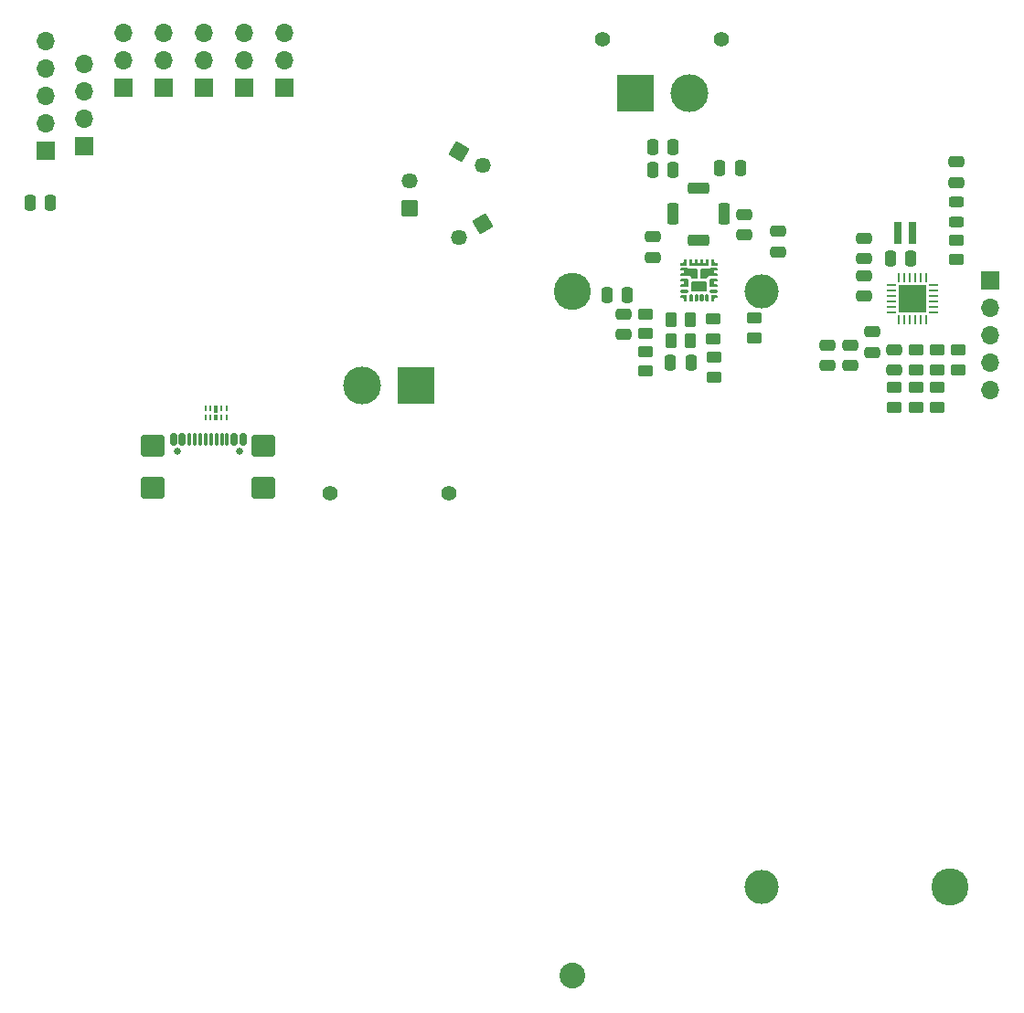
<source format=gbr>
%TF.GenerationSoftware,KiCad,Pcbnew,8.0.3*%
%TF.CreationDate,2024-07-13T14:18:46-04:00*%
%TF.ProjectId,get-a-grip-on-reality,6765742d-612d-4677-9269-702d6f6e2d72,rev?*%
%TF.SameCoordinates,Original*%
%TF.FileFunction,Soldermask,Bot*%
%TF.FilePolarity,Negative*%
%FSLAX46Y46*%
G04 Gerber Fmt 4.6, Leading zero omitted, Abs format (unit mm)*
G04 Created by KiCad (PCBNEW 8.0.3) date 2024-07-13 14:18:46*
%MOMM*%
%LPD*%
G01*
G04 APERTURE LIST*
G04 Aperture macros list*
%AMRoundRect*
0 Rectangle with rounded corners*
0 $1 Rounding radius*
0 $2 $3 $4 $5 $6 $7 $8 $9 X,Y pos of 4 corners*
0 Add a 4 corners polygon primitive as box body*
4,1,4,$2,$3,$4,$5,$6,$7,$8,$9,$2,$3,0*
0 Add four circle primitives for the rounded corners*
1,1,$1+$1,$2,$3*
1,1,$1+$1,$4,$5*
1,1,$1+$1,$6,$7*
1,1,$1+$1,$8,$9*
0 Add four rect primitives between the rounded corners*
20,1,$1+$1,$2,$3,$4,$5,0*
20,1,$1+$1,$4,$5,$6,$7,0*
20,1,$1+$1,$6,$7,$8,$9,0*
20,1,$1+$1,$8,$9,$2,$3,0*%
G04 Aperture macros list end*
%ADD10C,0.000000*%
%ADD11C,1.462000*%
%ADD12RoundRect,0.102000X0.230230X0.859230X-0.859230X0.230230X-0.230230X-0.859230X0.859230X-0.230230X0*%
%ADD13R,1.700000X1.700000*%
%ADD14O,1.700000X1.700000*%
%ADD15C,1.400000*%
%ADD16R,3.500000X3.500000*%
%ADD17C,3.500000*%
%ADD18C,3.170000*%
%ADD19C,3.450000*%
%ADD20C,2.390000*%
%ADD21RoundRect,0.102000X-0.859230X-0.230230X0.230230X-0.859230X0.859230X0.230230X-0.230230X0.859230X0*%
%ADD22RoundRect,0.102000X0.629000X-0.629000X0.629000X0.629000X-0.629000X0.629000X-0.629000X-0.629000X0*%
%ADD23RoundRect,0.250000X-0.450000X0.262500X-0.450000X-0.262500X0.450000X-0.262500X0.450000X0.262500X0*%
%ADD24R,0.250000X0.625000*%
%ADD25R,0.450000X0.700000*%
%ADD26R,0.450000X0.575000*%
%ADD27RoundRect,0.250000X0.475000X-0.250000X0.475000X0.250000X-0.475000X0.250000X-0.475000X-0.250000X0*%
%ADD28RoundRect,0.250000X-0.250000X-0.475000X0.250000X-0.475000X0.250000X0.475000X-0.250000X0.475000X0*%
%ADD29RoundRect,0.250000X0.450000X-0.262500X0.450000X0.262500X-0.450000X0.262500X-0.450000X-0.262500X0*%
%ADD30RoundRect,0.243750X0.456250X-0.243750X0.456250X0.243750X-0.456250X0.243750X-0.456250X-0.243750X0*%
%ADD31RoundRect,0.250000X-0.475000X0.250000X-0.475000X-0.250000X0.475000X-0.250000X0.475000X0.250000X0*%
%ADD32RoundRect,0.250000X-0.262500X-0.450000X0.262500X-0.450000X0.262500X0.450000X-0.262500X0.450000X0*%
%ADD33RoundRect,0.250000X0.250000X0.475000X-0.250000X0.475000X-0.250000X-0.475000X0.250000X-0.475000X0*%
%ADD34R,0.650000X2.000000*%
%ADD35RoundRect,0.250000X0.262500X0.450000X-0.262500X0.450000X-0.262500X-0.450000X0.262500X-0.450000X0*%
%ADD36RoundRect,0.062500X0.375000X0.062500X-0.375000X0.062500X-0.375000X-0.062500X0.375000X-0.062500X0*%
%ADD37RoundRect,0.062500X0.062500X0.375000X-0.062500X0.375000X-0.062500X-0.375000X0.062500X-0.375000X0*%
%ADD38R,2.500000X2.500000*%
%ADD39RoundRect,0.275000X0.725000X-0.275000X0.725000X0.275000X-0.725000X0.275000X-0.725000X-0.275000X0*%
%ADD40RoundRect,0.275000X-0.275000X-0.725000X0.275000X-0.725000X0.275000X0.725000X-0.275000X0.725000X0*%
%ADD41RoundRect,0.275000X0.275000X0.725000X-0.275000X0.725000X-0.275000X-0.725000X0.275000X-0.725000X0*%
%ADD42C,0.650000*%
%ADD43RoundRect,0.150000X0.150000X0.425000X-0.150000X0.425000X-0.150000X-0.425000X0.150000X-0.425000X0*%
%ADD44RoundRect,0.075000X0.075000X0.500000X-0.075000X0.500000X-0.075000X-0.500000X0.075000X-0.500000X0*%
%ADD45RoundRect,0.250000X0.840000X0.750000X-0.840000X0.750000X-0.840000X-0.750000X0.840000X-0.750000X0*%
G04 APERTURE END LIST*
D10*
%TO.C,U7*%
G36*
X102600000Y-58209998D02*
G01*
X102600000Y-58359998D01*
X102500001Y-58459998D01*
X101950002Y-58459998D01*
X101850002Y-58359998D01*
X101850002Y-58209998D01*
X101950002Y-58109999D01*
X102500001Y-58109999D01*
X102600000Y-58209998D01*
G37*
G36*
X104300002Y-57447000D02*
G01*
X104300002Y-58235000D01*
X104250002Y-58285000D01*
X102950000Y-58285000D01*
X102900000Y-58235000D01*
X102900000Y-57447000D01*
X102950000Y-57396998D01*
X104250002Y-57396998D01*
X104300002Y-57447000D01*
G37*
G36*
X103025001Y-58634999D02*
G01*
X103025001Y-59184998D01*
X102925001Y-59285000D01*
X102775001Y-59285000D01*
X102675002Y-59184998D01*
X102675002Y-58634999D01*
X102775001Y-58534999D01*
X102925001Y-58534999D01*
X103025001Y-58634999D01*
G37*
G36*
X103525000Y-58634999D02*
G01*
X103525000Y-59184998D01*
X103425000Y-59285000D01*
X103275000Y-59285000D01*
X103175001Y-59184998D01*
X103175001Y-58634999D01*
X103275000Y-58534999D01*
X103425000Y-58534999D01*
X103525000Y-58634999D01*
G37*
G36*
X104025001Y-58634999D02*
G01*
X104025001Y-59184998D01*
X103925002Y-59285000D01*
X103775002Y-59285000D01*
X103675002Y-59184998D01*
X103675002Y-58634999D01*
X103775002Y-58534999D01*
X103925002Y-58534999D01*
X104025001Y-58634999D01*
G37*
G36*
X104525000Y-58634999D02*
G01*
X104525000Y-59184998D01*
X104425001Y-59285000D01*
X104275001Y-59285000D01*
X104175001Y-59184998D01*
X104175001Y-58634999D01*
X104275001Y-58534999D01*
X104425001Y-58534999D01*
X104525000Y-58634999D01*
G37*
G36*
X105350000Y-58209998D02*
G01*
X105350000Y-58359998D01*
X105250000Y-58459998D01*
X104700001Y-58459998D01*
X104600002Y-58359998D01*
X104600002Y-58209998D01*
X104700001Y-58109999D01*
X105250000Y-58109999D01*
X105350000Y-58209998D01*
G37*
G36*
X102425002Y-55335000D02*
G01*
X102475002Y-55385000D01*
X102475002Y-55859998D01*
X102425002Y-55909998D01*
X101950002Y-55909998D01*
X101900002Y-55860001D01*
X101900002Y-55709998D01*
X101950002Y-55659998D01*
X102125000Y-55659998D01*
X102225000Y-55559999D01*
X102225000Y-55385000D01*
X102275000Y-55334998D01*
X102425002Y-55335000D01*
G37*
G36*
X102475002Y-58710000D02*
G01*
X102475002Y-59184998D01*
X102425002Y-59234998D01*
X102275000Y-59235000D01*
X102225000Y-59184998D01*
X102225000Y-59009999D01*
X102125000Y-58910000D01*
X101950002Y-58910000D01*
X101900002Y-58860000D01*
X101900002Y-58710000D01*
X101950002Y-58660000D01*
X102425002Y-58659998D01*
X102475002Y-58710000D01*
G37*
G36*
X104975002Y-55385000D02*
G01*
X104975002Y-55559999D01*
X105075002Y-55659998D01*
X105250000Y-55659998D01*
X105300000Y-55709998D01*
X105300000Y-55860001D01*
X105250000Y-55909998D01*
X104775000Y-55909998D01*
X104725000Y-55860001D01*
X104725000Y-55385000D01*
X104775000Y-55335000D01*
X104925002Y-55334998D01*
X104975002Y-55385000D01*
G37*
G36*
X105300000Y-58709997D02*
G01*
X105300000Y-58860000D01*
X105250000Y-58910000D01*
X105075002Y-58910000D01*
X104975002Y-59009999D01*
X104975002Y-59184998D01*
X104925002Y-59235000D01*
X104775002Y-59234998D01*
X104725000Y-59184998D01*
X104725000Y-58710000D01*
X104775000Y-58660000D01*
X105250000Y-58660000D01*
X105300000Y-58709997D01*
G37*
G36*
X102600000Y-57210000D02*
G01*
X102600000Y-57859999D01*
X102550001Y-57909999D01*
X101950002Y-57909999D01*
X101900002Y-57859999D01*
X101900002Y-57709999D01*
X101950002Y-57660000D01*
X102175000Y-57660000D01*
X102225000Y-57610000D01*
X102225000Y-57460000D01*
X102175000Y-57409997D01*
X101950002Y-57410000D01*
X101900002Y-57359998D01*
X101900002Y-57209998D01*
X101950002Y-57159998D01*
X102550001Y-57159998D01*
X102600000Y-57210000D01*
G37*
G36*
X105300000Y-57210000D02*
G01*
X105300000Y-57360000D01*
X105250000Y-57409997D01*
X105025002Y-57410000D01*
X104975000Y-57460000D01*
X104975000Y-57610000D01*
X105025002Y-57659997D01*
X105250000Y-57660000D01*
X105300000Y-57709997D01*
X105300000Y-57859999D01*
X105250000Y-57909999D01*
X104650001Y-57909999D01*
X104600002Y-57859999D01*
X104600002Y-57210000D01*
X104650001Y-57159998D01*
X105250000Y-57159998D01*
X105300000Y-57210000D01*
G37*
G36*
X102550001Y-56184999D02*
G01*
X102550001Y-56210000D01*
X102575002Y-56234999D01*
X103400001Y-56234999D01*
X103450001Y-56284998D01*
X103450001Y-57046000D01*
X103400001Y-57096998D01*
X102900000Y-57097001D01*
X102850000Y-57046998D01*
X102850000Y-57010001D01*
X102750000Y-56909000D01*
X101950002Y-56910001D01*
X101900002Y-56859999D01*
X101900002Y-56709999D01*
X101950002Y-56659999D01*
X102175000Y-56659999D01*
X102225002Y-56609999D01*
X102225000Y-56459999D01*
X102175000Y-56409999D01*
X101950002Y-56410002D01*
X101900002Y-56360000D01*
X101900002Y-56210000D01*
X101950002Y-56160000D01*
X102525002Y-56160000D01*
X102550001Y-56184999D01*
G37*
G36*
X105300000Y-56210000D02*
G01*
X105300000Y-56360000D01*
X105250000Y-56410002D01*
X105025002Y-56409999D01*
X104975000Y-56459999D01*
X104975002Y-56609999D01*
X105025002Y-56660002D01*
X105250000Y-56659999D01*
X105300000Y-56709999D01*
X105300000Y-56859999D01*
X105250000Y-56910001D01*
X104450002Y-56909000D01*
X104350002Y-57010001D01*
X104350002Y-57046998D01*
X104300002Y-57097001D01*
X103800001Y-57096998D01*
X103750001Y-57046000D01*
X103750001Y-56284998D01*
X103800001Y-56234999D01*
X104625000Y-56234999D01*
X104650001Y-56210000D01*
X104650001Y-56184999D01*
X104675000Y-56160000D01*
X105250000Y-56160000D01*
X105300000Y-56210000D01*
G37*
G36*
X104475001Y-55385000D02*
G01*
X104475001Y-55884999D01*
X104425001Y-55934999D01*
X102775001Y-55934999D01*
X102725001Y-55884999D01*
X102725001Y-55385000D01*
X102775001Y-55335000D01*
X102925001Y-55334998D01*
X102975001Y-55385000D01*
X102975001Y-55609999D01*
X103025001Y-55659998D01*
X103175001Y-55659998D01*
X103225000Y-55609999D01*
X103225000Y-55385000D01*
X103275000Y-55335000D01*
X103425000Y-55334998D01*
X103475000Y-55385000D01*
X103475000Y-55609999D01*
X103525002Y-55659998D01*
X103675000Y-55659998D01*
X103724999Y-55609999D01*
X103725002Y-55385000D01*
X103775002Y-55335000D01*
X103925002Y-55334998D01*
X103975002Y-55385000D01*
X103975002Y-55609999D01*
X104025001Y-55659998D01*
X104175001Y-55659998D01*
X104225001Y-55609999D01*
X104225001Y-55385000D01*
X104275001Y-55335000D01*
X104425001Y-55334998D01*
X104475001Y-55385000D01*
G37*
%TD*%
D11*
%TO.C,D5*%
X81400296Y-53310000D03*
D12*
X83600000Y-52040000D03*
%TD*%
D13*
%TO.C,J9*%
X57759664Y-39446000D03*
D14*
X57759664Y-36906000D03*
X57759664Y-34366000D03*
%TD*%
D13*
%TO.C,J11*%
X65227000Y-39446000D03*
D14*
X65227000Y-36906000D03*
X65227000Y-34366000D03*
%TD*%
D13*
%TO.C,J10*%
X61493330Y-39446000D03*
D14*
X61493330Y-36906000D03*
X61493330Y-34366000D03*
%TD*%
D15*
%TO.C,J15*%
X94700600Y-34988200D03*
X105700600Y-34988200D03*
D16*
X97700600Y-39988200D03*
D17*
X102700600Y-39988200D03*
%TD*%
D18*
%TO.C,BT1*%
X109370000Y-58356200D03*
D19*
X91865000Y-58356200D03*
X126875000Y-113556200D03*
D18*
X109370000Y-113556200D03*
D20*
X91865000Y-121776200D03*
%TD*%
D11*
%TO.C,D6*%
X83600000Y-46675000D03*
D21*
X81400296Y-45405000D03*
%TD*%
D13*
%TO.C,J8*%
X54025998Y-39446000D03*
D14*
X54025998Y-36906000D03*
X54025998Y-34366000D03*
%TD*%
D13*
%TO.C,J1*%
X46675000Y-44845000D03*
D14*
X46675000Y-42305000D03*
X46675000Y-39765000D03*
X46675000Y-37225000D03*
%TD*%
D13*
%TO.C,J13*%
X43075000Y-45295000D03*
D14*
X43075000Y-42755000D03*
X43075000Y-40215000D03*
X43075000Y-37675000D03*
X43075000Y-35135000D03*
%TD*%
D13*
%TO.C,J7*%
X50292332Y-39446000D03*
D14*
X50292332Y-36906000D03*
X50292332Y-34366000D03*
%TD*%
D11*
%TO.C,D4*%
X76775000Y-48092500D03*
D22*
X76775000Y-50632500D03*
%TD*%
D23*
%TO.C,R15*%
X104904600Y-60866496D03*
X104904600Y-62691496D03*
%TD*%
D24*
%TO.C,U3*%
X57875000Y-69195000D03*
X58375000Y-69195000D03*
D25*
X58875000Y-69232500D03*
D24*
X59375000Y-69195000D03*
X59875000Y-69195000D03*
X59875000Y-69970000D03*
X59375000Y-69970000D03*
D26*
X58875000Y-69995000D03*
D24*
X58375000Y-69970000D03*
X57875000Y-69970000D03*
%TD*%
D27*
%TO.C,C22*%
X107800000Y-53075000D03*
X107800000Y-51175000D03*
%TD*%
D23*
%TO.C,R9*%
X127632774Y-63747300D03*
X127632774Y-65572300D03*
%TD*%
D27*
%TO.C,C20*%
X110904548Y-54650150D03*
X110904548Y-52750150D03*
%TD*%
D23*
%TO.C,TH1*%
X125668974Y-67210300D03*
X125668974Y-69035300D03*
%TD*%
D28*
%TO.C,C28*%
X105508600Y-46923796D03*
X107408600Y-46923796D03*
%TD*%
D23*
%TO.C,R18*%
X123676908Y-63747300D03*
X123676908Y-65572300D03*
%TD*%
%TO.C,R10*%
X98600000Y-60425000D03*
X98600000Y-62250000D03*
%TD*%
D29*
%TO.C,R14*%
X108700600Y-62617196D03*
X108700600Y-60792196D03*
%TD*%
D27*
%TO.C,C26*%
X118844374Y-58779100D03*
X118844374Y-56879100D03*
%TD*%
D30*
%TO.C,D7*%
X127454974Y-51927900D03*
X127454974Y-50052900D03*
%TD*%
D31*
%TO.C,C24*%
X121668974Y-63709800D03*
X121668974Y-65609800D03*
%TD*%
D23*
%TO.C,R16*%
X104950000Y-64450000D03*
X104950000Y-66275000D03*
%TD*%
D32*
%TO.C,R19*%
X100972200Y-60969996D03*
X102797200Y-60969996D03*
%TD*%
D23*
%TO.C,R8*%
X127454974Y-53561900D03*
X127454974Y-55386900D03*
%TD*%
D33*
%TO.C,C29*%
X101179548Y-47025150D03*
X99279548Y-47025150D03*
%TD*%
D34*
%TO.C,L1*%
X123339574Y-52876100D03*
X121989574Y-52876100D03*
%TD*%
D15*
%TO.C,J12*%
X69400000Y-77025000D03*
X80400000Y-77025000D03*
D16*
X77400000Y-67025000D03*
D17*
X72400000Y-67025000D03*
%TD*%
D13*
%TO.C,J14*%
X130579174Y-57321100D03*
D14*
X130579174Y-59861100D03*
X130579174Y-62401100D03*
X130579174Y-64941100D03*
X130579174Y-67481100D03*
%TD*%
D31*
%TO.C,C16*%
X117599774Y-63284900D03*
X117599774Y-65184900D03*
%TD*%
D23*
%TO.C,R11*%
X98600000Y-63900000D03*
X98600000Y-65725000D03*
%TD*%
D35*
%TO.C,R20*%
X102799100Y-62925796D03*
X100974100Y-62925796D03*
%TD*%
D28*
%TO.C,C21*%
X121333574Y-55238300D03*
X123233574Y-55238300D03*
%TD*%
D36*
%TO.C,U6*%
X125283074Y-57765800D03*
X125283074Y-58265800D03*
X125283074Y-58765800D03*
X125283074Y-59265800D03*
X125283074Y-59765800D03*
X125283074Y-60265800D03*
D37*
X124595574Y-60953300D03*
X124095574Y-60953300D03*
X123595574Y-60953300D03*
X123095574Y-60953300D03*
X122595574Y-60953300D03*
X122095574Y-60953300D03*
D36*
X121408074Y-60265800D03*
X121408074Y-59765800D03*
X121408074Y-59265800D03*
X121408074Y-58765800D03*
X121408074Y-58265800D03*
X121408074Y-57765800D03*
D37*
X122095574Y-57078300D03*
X122595574Y-57078300D03*
X123095574Y-57078300D03*
X123595574Y-57078300D03*
X124095574Y-57078300D03*
X124595574Y-57078300D03*
D38*
X123345574Y-59015800D03*
%TD*%
D27*
%TO.C,C14*%
X127450600Y-48238200D03*
X127450600Y-46338200D03*
%TD*%
D23*
%TO.C,R12*%
X121693974Y-67210300D03*
X121693974Y-69035300D03*
%TD*%
D33*
%TO.C,C18*%
X96950000Y-58625000D03*
X95050000Y-58625000D03*
%TD*%
D31*
%TO.C,C19*%
X115454548Y-63284900D03*
X115454548Y-65184900D03*
%TD*%
D23*
%TO.C,R17*%
X125654841Y-63747300D03*
X125654841Y-65572300D03*
%TD*%
D28*
%TO.C,C7*%
X41625000Y-50150000D03*
X43525000Y-50150000D03*
%TD*%
D27*
%TO.C,C25*%
X118844374Y-55314500D03*
X118844374Y-53414500D03*
%TD*%
D33*
%TO.C,C30*%
X101194748Y-44967750D03*
X99294748Y-44967750D03*
%TD*%
D27*
%TO.C,C27*%
X99300000Y-55175000D03*
X99300000Y-53275000D03*
%TD*%
D23*
%TO.C,R13*%
X123681474Y-67210300D03*
X123681474Y-69035300D03*
%TD*%
D39*
%TO.C,L2*%
X103563000Y-53565596D03*
X103563000Y-48765596D03*
D40*
X101163000Y-51165596D03*
D41*
X105963000Y-51165596D03*
%TD*%
D31*
%TO.C,C15*%
X119657174Y-62065700D03*
X119657174Y-63965700D03*
%TD*%
%TO.C,C17*%
X96593400Y-60400000D03*
X96593400Y-62300000D03*
%TD*%
D42*
%TO.C,P1*%
X61040000Y-73120000D03*
X55260000Y-73120000D03*
D43*
X61350000Y-72045000D03*
X60550000Y-72045000D03*
D44*
X59400000Y-72045000D03*
X58400000Y-72045000D03*
X57900000Y-72045000D03*
X56900000Y-72045000D03*
D43*
X55750000Y-72045000D03*
X54950000Y-72045000D03*
X54950000Y-72045000D03*
X55750000Y-72045000D03*
D44*
X56400000Y-72045000D03*
X57400000Y-72045000D03*
X58900000Y-72045000D03*
X59900000Y-72045000D03*
D43*
X60550000Y-72045000D03*
X61350000Y-72045000D03*
D45*
X63260000Y-76550000D03*
X63260000Y-72620000D03*
X53040000Y-76550000D03*
X53040000Y-72620000D03*
%TD*%
D33*
%TO.C,C23*%
X102836600Y-64932396D03*
X100936600Y-64932396D03*
%TD*%
M02*

</source>
